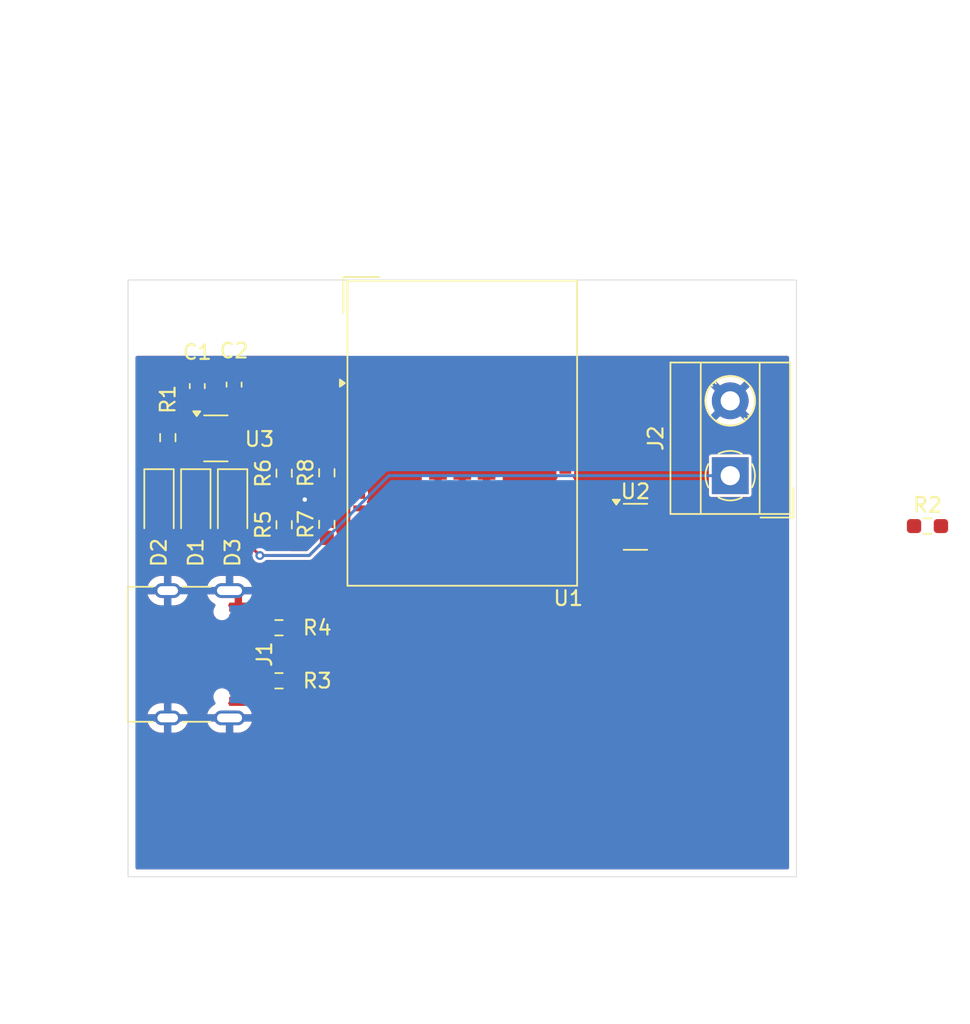
<source format=kicad_pcb>
(kicad_pcb (version 20240108) (generator "pcbnew") (generator_version "8.0")
  (layers (0 "F.Cu" signal) (31 "B.Cu" signal) (34 "B.Paste" user) (35 "F.Paste" user) (36 "B.SilkS" user "B.Silkscreen") (37 "F.SilkS" user "F.Silkscreen") (38 "B.Mask" user) (39 "F.Mask" user) (44 "Edge.Cuts" user))
  (net 0 "")
  (net 1 "+3V3")
  (net 2 "+BATT")
  (net 3 "VBUS")
  (net 4 "VCC")
  (net 5 "SOLAR")
  (net 7 "Net-(J1-CC1)")
  (net 8 "/D+")
  (net 10 "/D-")
  (net 11 "Net-(J1-CC2)")
  (net 12 "Net-(U3-EN)")
  (net 13 "GND")
  (net 14 "Net-(U2-PROG)")
  (net 32 "/RESET")
  (net 48 "/BOOT")
  (net 53 "/V_BAT")
  (net 54 "/V_SOLAR")
  (footprint "Resistor_SMD:R_0603_1608Metric_Pad0.98x0.95mm_HandSolder" (layer "F.Cu") (at 90.8 52.6875 90)
    (property "Reference" "R8" (at 0 -1.43 270) (layer "F.SilkS"))
    (property "Value" "5k1")
    (fp_line (start -0.254724 -0.5225) (end 0.254724 -0.5225) (stroke (width 0.12)) (layer "F.SilkS"))
    (fp_line (start -0.254724 0.5225) (end 0.254724 0.5225) (stroke (width 0.12)) (layer "F.SilkS"))
    (pad "1" smd roundrect (at -0.9125 0 90) (size 0.975 0.95) (layers "F.Cu" "F.Paste" "F.Mask") (net 54 "/V_SOLAR"))
    (pad "2" smd roundrect (at 0.9125 0 90) (size 0.975 0.95) (layers "F.Cu" "F.Paste" "F.Mask") (net 13 "GND"))
  )
  (footprint "Resistor_SMD:R_0603_1608Metric_Pad0.98x0.95mm_HandSolder" (layer "F.Cu") (at 87.9 56.2125 90)
    (property "Reference" "R5" (at 0 -1.43 270) (layer "F.SilkS"))
    (property "Value" "5k1")
    (fp_line (start -0.254724 -0.5225) (end 0.254724 -0.5225) (stroke (width 0.12)) (layer "F.SilkS"))
    (fp_line (start -0.254724 0.5225) (end 0.254724 0.5225) (stroke (width 0.12)) (layer "F.SilkS"))
    (pad "1" smd roundrect (at -0.9125 0 90) (size 0.975 0.95) (layers "F.Cu" "F.Paste" "F.Mask") (net 2 "+BATT"))
    (pad "2" smd roundrect (at 0.9125 0 90) (size 0.975 0.95) (layers "F.Cu" "F.Paste" "F.Mask") (net 53 "/V_BAT"))
  )
  (footprint "Package_TO_SOT_SMD:SOT-23-5" (layer "F.Cu") (at 83.2625 50.35)
    (property "Reference" "U3" (at 2.9625 0.05 0) (layer "F.SilkS"))
    (property "Value" "AP2112K-3.3")
    (fp_line (start 0 -1.56) (end -0.8 -1.56) (stroke (width 0.12)) (layer "F.SilkS"))
    (fp_line (start 0 -1.56) (end 0.8 -1.56) (stroke (width 0.12)) (layer "F.SilkS"))
    (fp_line (start 0 1.56) (end -0.8 1.56) (stroke (width 0.12)) (layer "F.SilkS"))
    (fp_line (start 0 1.56) (end 0.8 1.56) (stroke (width 0.12)) (layer "F.SilkS"))
    (fp_poly (pts (xy -1.3 -1.51) (xy -1.54 -1.84) (xy -1.06 -1.84) (xy -1.3 -1.51)) (stroke (width 0.12)) (fill solid) (layer "F.SilkS"))
    (pad "1" smd roundrect (at -1.1375 -0.95) (size 1.325 0.6) (layers "F.Cu" "F.Paste" "F.Mask") (net 4 "VCC"))
    (pad "2" smd roundrect (at -1.1375 0) (size 1.325 0.6) (layers "F.Cu" "F.Paste" "F.Mask") (net 13 "GND"))
    (pad "3" smd roundrect (at -1.1375 0.95) (size 1.325 0.6) (layers "F.Cu" "F.Paste" "F.Mask") (net 12 "Net-(U3-EN)"))
    (pad "4" smd roundrect (at 1.1375 0.95) (size 1.325 0.6) (layers "F.Cu" "F.Paste" "F.Mask"))
    (pad "5" smd roundrect (at 1.1375 -0.95) (size 1.325 0.6) (layers "F.Cu" "F.Paste" "F.Mask") (net 1 "+3V3"))
  )
  (footprint "Resistor_SMD:R_0603_1608Metric_Pad0.98x0.95mm_HandSolder" (layer "F.Cu") (at 87.55 63.2)
    (property "Reference" "R4" (at 2.6 0 0) (layer "F.SilkS"))
    (property "Value" "5k1")
    (fp_line (start -0.254724 -0.5225) (end 0.254724 -0.5225) (stroke (width 0.12)) (layer "F.SilkS"))
    (fp_line (start -0.254724 0.5225) (end 0.254724 0.5225) (stroke (width 0.12)) (layer "F.SilkS"))
    (pad "1" smd roundrect (at -0.9125 0) (size 0.975 0.95) (layers "F.Cu" "F.Paste" "F.Mask") (net 7 "Net-(J1-CC1)"))
    (pad "2" smd roundrect (at 0.9125 0) (size 0.975 0.95) (layers "F.Cu" "F.Paste" "F.Mask") (net 13 "GND"))
  )
  (footprint "Package_TO_SOT_SMD:SOT-23-5" (layer "F.Cu") (at 111.7625 56.35)
    (property "Reference" "U2" (at 0 -2.4 0) (layer "F.SilkS"))
    (property "Value" "MCP73831-2-OT")
    (fp_line (start 0 -1.56) (end -0.8 -1.56) (stroke (width 0.12)) (layer "F.SilkS"))
    (fp_line (start 0 -1.56) (end 0.8 -1.56) (stroke (width 0.12)) (layer "F.SilkS"))
    (fp_line (start 0 1.56) (end -0.8 1.56) (stroke (width 0.12)) (layer "F.SilkS"))
    (fp_line (start 0 1.56) (end 0.8 1.56) (stroke (width 0.12)) (layer "F.SilkS"))
    (fp_poly (pts (xy -1.3 -1.51) (xy -1.54 -1.84) (xy -1.06 -1.84) (xy -1.3 -1.51)) (stroke (width 0.12)) (fill solid) (layer "F.SilkS"))
    (pad "1" smd roundrect (at -1.1375 -0.95) (size 1.325 0.6) (layers "F.Cu" "F.Paste" "F.Mask"))
    (pad "2" smd roundrect (at -1.1375 0) (size 1.325 0.6) (layers "F.Cu" "F.Paste" "F.Mask") (net 13 "GND"))
    (pad "3" smd roundrect (at -1.1375 0.95) (size 1.325 0.6) (layers "F.Cu" "F.Paste" "F.Mask") (net 2 "+BATT"))
    (pad "4" smd roundrect (at 1.1375 0.95) (size 1.325 0.6) (layers "F.Cu" "F.Paste" "F.Mask") (net 4 "VCC"))
    (pad "5" smd roundrect (at 1.1375 -0.95) (size 1.325 0.6) (layers "F.Cu" "F.Paste" "F.Mask") (net 14 "Net-(U2-PROG)"))
  )
  (footprint "Diode_SMD:D_SOD-123" (layer "F.Cu") (at 84.4 54.8 -90)
    (property "Reference" "D3" (at 3.3 0 90) (layer "F.SilkS"))
    (property "Value" "1N5819")
    (fp_line (start -2.36 1) (end 1.65 1) (stroke (width 0.12)) (layer "F.SilkS"))
    (fp_line (start -2.36 -1) (end -2.36 1) (stroke (width 0.12)) (layer "F.SilkS"))
    (fp_line (start -2.36 -1) (end 1.65 -1) (stroke (width 0.12)) (layer "F.SilkS"))
    (pad "1" smd roundrect (at -1.65 0 270) (size 0.9 1.2) (layers "F.Cu" "F.Paste" "F.Mask") (net 4 "VCC"))
    (pad "2" smd roundrect (at 1.65 0 270) (size 0.9 1.2) (layers "F.Cu" "F.Paste" "F.Mask") (net 5 "SOLAR"))
  )
  (footprint "Resistor_SMD:R_0603_1608Metric_Pad0.98x0.95mm_HandSolder" (layer "F.Cu") (at 87.55 66.8)
    (property "Reference" "R3" (at 2.6 0 0) (layer "F.SilkS"))
    (property "Value" "5k1")
    (fp_line (start -0.254724 -0.5225) (end 0.254724 -0.5225) (stroke (width 0.12)) (layer "F.SilkS"))
    (fp_line (start -0.254724 0.5225) (end 0.254724 0.5225) (stroke (width 0.12)) (layer "F.SilkS"))
    (pad "1" smd roundrect (at -0.9125 0) (size 0.975 0.95) (layers "F.Cu" "F.Paste" "F.Mask") (net 11 "Net-(J1-CC2)"))
    (pad "2" smd roundrect (at 0.9125 0) (size 0.975 0.95) (layers "F.Cu" "F.Paste" "F.Mask") (net 13 "GND"))
  )
  (footprint "Capacitor_SMD:C_0603_1608Metric_Pad1.08x0.95mm_HandSolder" (layer "F.Cu") (at 82 46.8 90)
    (property "Reference" "C1" (at 2.3 0 0) (layer "F.SilkS"))
    (property "Value" "10u")
    (fp_line (start -0.146267 -0.51) (end 0.146267 -0.51) (stroke (width 0.12)) (layer "F.SilkS"))
    (fp_line (start -0.146267 0.51) (end 0.146267 0.51) (stroke (width 0.12)) (layer "F.SilkS"))
    (pad "1" smd roundrect (at -0.8625 0 90) (size 1.075 0.95) (layers "F.Cu" "F.Paste" "F.Mask") (net 4 "VCC"))
    (pad "2" smd roundrect (at 0.8625 0 90) (size 1.075 0.95) (layers "F.Cu" "F.Paste" "F.Mask") (net 13 "GND"))
  )
  (footprint "Resistor_SMD:R_0603_1608Metric_Pad0.98x0.95mm_HandSolder" (layer "F.Cu") (at 131.6 56.3)
    (property "Reference" "R2" (at 0 -1.43 0) (layer "F.SilkS"))
    (property "Value" "12k")
    (fp_line (start -0.254724 -0.5225) (end 0.254724 -0.5225) (stroke (width 0.12)) (layer "F.SilkS"))
    (fp_line (start -0.254724 0.5225) (end 0.254724 0.5225) (stroke (width 0.12)) (layer "F.SilkS"))
    (pad "1" smd roundrect (at -0.9125 0) (size 0.975 0.95) (layers "F.Cu" "F.Paste" "F.Mask") (net 14 "Net-(U2-PROG)"))
    (pad "2" smd roundrect (at 0.9125 0) (size 0.975 0.95) (layers "F.Cu" "F.Paste" "F.Mask") (net 13 "GND"))
  )
  (footprint "Connector_USB:USB_C_Receptacle_G-Switch_GT-USB-7010ASV" (layer "F.Cu") (at 81.065 65 -90)
    (property "Reference" "J1" (at 0 -5.5 90) (layer "F.SilkS"))
    (property "Value" "USB_C_Receptacle_USB2.0_16P")
    (fp_line (start -4.58 3.785) (end -4.58 2.08) (stroke (width 0.12)) (layer "F.SilkS"))
    (fp_line (start 4.58 3.785) (end -4.58 3.785) (stroke (width 0.12)) (layer "F.SilkS"))
    (fp_line (start 4.58 2.08) (end 4.58 3.785) (stroke (width 0.12)) (layer "F.SilkS"))
    (fp_line (start 4.58 0.07) (end 4.58 -1.85) (stroke (width 0.12)) (layer "F.SilkS"))
    (fp_line (start -4.58 -1.85) (end -4.58 0.07) (stroke (width 0.12)) (layer "F.SilkS"))
    (pad "" np_thru_hole circle (at -2.89 -2.605 270) (size 0.65 0.65) (drill 0.65) (layers "*.Cu" "*.Mask"))
    (pad "" np_thru_hole circle (at 2.89 -2.605 270) (size 0.65 0.65) (drill 0.65) (layers "*.Cu" "*.Mask"))
    (pad "A1" smd rect (at -3.2 -3.725 270) (size 0.6 1.24) (layers "F.Cu" "F.Paste" "F.Mask") (net 13 "GND"))
    (pad "A4" smd rect (at -2.4 -3.725 270) (size 0.6 1.24) (layers "F.Cu" "F.Paste" "F.Mask") (net 3 "VBUS"))
    (pad "A5" smd rect (at -1.25 -3.725 270) (size 0.3 1.24) (layers "F.Cu" "F.Paste" "F.Mask") (net 7 "Net-(J1-CC1)"))
    (pad "A6" smd rect (at -0.25 -3.725 270) (size 0.3 1.24) (layers "F.Cu" "F.Paste" "F.Mask") (net 8 "/D+"))
    (pad "A7" smd rect (at 0.25 -3.725 270) (size 0.3 1.24) (layers "F.Cu" "F.Paste" "F.Mask") (net 10 "/D-"))
    (pad "A8" smd rect (at 1.25 -3.725 270) (size 0.3 1.24) (layers "F.Cu" "F.Paste" "F.Mask"))
    (pad "A9" smd rect (at 2.4 -3.725 270) (size 0.6 1.24) (layers "F.Cu" "F.Paste" "F.Mask") (net 3 "VBUS"))
    (pad "A12" smd rect (at 3.2 -3.725 270) (size 0.6 1.24) (layers "F.Cu" "F.Paste" "F.Mask") (net 13 "GND"))
    (pad "B1" smd rect (at 3.2 -3.725 270) (size 0.6 1.24) (layers "F.Cu" "F.Paste" "F.Mask") (net 13 "GND"))
    (pad "B4" smd rect (at 2.4 -3.725 270) (size 0.6 1.24) (layers "F.Cu" "F.Paste" "F.Mask") (net 3 "VBUS"))
    (pad "B5" smd rect (at 1.75 -3.725 270) (size 0.3 1.24) (layers "F.Cu" "F.Paste" "F.Mask") (net 11 "Net-(J1-CC2)"))
    (pad "B6" smd rect (at 0.75 -3.725 270) (size 0.3 1.24) (layers "F.Cu" "F.Paste" "F.Mask") (net 8 "/D+"))
    (pad "B7" smd rect (at -0.75 -3.725 270) (size 0.3 1.24) (layers "F.Cu" "F.Paste" "F.Mask") (net 10 "/D-"))
    (pad "B8" smd rect (at -1.75 -3.725 270) (size 0.3 1.24) (layers "F.Cu" "F.Paste" "F.Mask"))
    (pad "B9" smd rect (at -2.4 -3.725 270) (size 0.6 1.24) (layers "F.Cu" "F.Paste" "F.Mask") (net 3 "VBUS"))
    (pad "B12" smd rect (at -3.2 -3.725 270) (size 0.6 1.24) (layers "F.Cu" "F.Paste" "F.Mask") (net 13 "GND"))
    (pad "S1" thru_hole oval (at -4.32 -3.125 270) (size 1 2.1) (drill oval 0.6 1.7) (layers "*.Cu" "*.Mask") (net 13 "GND"))
    (pad "S1" thru_hole oval (at -4.32 1.075 270) (size 1 1.8) (drill oval 0.6 1.4) (layers "*.Cu" "*.Mask") (net 13 "GND"))
    (pad "S1" thru_hole oval (at 4.32 -3.125 270) (size 1 2.1) (drill oval 0.6 1.7) (layers "*.Cu" "*.Mask") (net 13 "GND"))
    (pad "S1" thru_hole oval (at 4.32 1.075 270) (size 1 1.8) (drill oval 0.6 1.4) (layers "*.Cu" "*.Mask") (net 13 "GND"))
  )
  (footprint "Resistor_SMD:R_0603_1608Metric_Pad0.98x0.95mm_HandSolder" (layer "F.Cu") (at 80 50.3 -90)
    (property "Reference" "R1" (at -2.6 0 90) (layer "F.SilkS"))
    (property "Value" "12k")
    (fp_line (start -0.254724 0.5225) (end 0.254724 0.5225) (stroke (width 0.12)) (layer "F.SilkS"))
    (fp_line (start -0.254724 -0.5225) (end 0.254724 -0.5225) (stroke (width 0.12)) (layer "F.SilkS"))
    (pad "1" smd roundrect (at -0.9125 0 270) (size 0.975 0.95) (layers "F.Cu" "F.Paste" "F.Mask") (net 4 "VCC"))
    (pad "2" smd roundrect (at 0.9125 0 270) (size 0.975 0.95) (layers "F.Cu" "F.Paste" "F.Mask") (net 12 "Net-(U3-EN)"))
  )
  (footprint "Resistor_SMD:R_0603_1608Metric_Pad0.98x0.95mm_HandSolder" (layer "F.Cu") (at 90.8 56.1875 90)
    (property "Reference" "R7" (at 0 -1.43 270) (layer "F.SilkS"))
    (property "Value" "5k1")
    (fp_line (start -0.254724 -0.5225) (end 0.254724 -0.5225) (stroke (width 0.12)) (layer "F.SilkS"))
    (fp_line (start -0.254724 0.5225) (end 0.254724 0.5225) (stroke (width 0.12)) (layer "F.SilkS"))
    (pad "1" smd roundrect (at -0.9125 0 90) (size 0.975 0.95) (layers "F.Cu" "F.Paste" "F.Mask") (net 5 "SOLAR"))
    (pad "2" smd roundrect (at 0.9125 0 90) (size 0.975 0.95) (layers "F.Cu" "F.Paste" "F.Mask") (net 54 "/V_SOLAR"))
  )
  (footprint "Resistor_SMD:R_0603_1608Metric_Pad0.98x0.95mm_HandSolder" (layer "F.Cu") (at 87.9 52.7125 90)
    (property "Reference" "R6" (at 0 -1.43 270) (layer "F.SilkS"))
    (property "Value" "5k1")
    (fp_line (start -0.254724 -0.5225) (end 0.254724 -0.5225) (stroke (width 0.12)) (layer "F.SilkS"))
    (fp_line (start -0.254724 0.5225) (end 0.254724 0.5225) (stroke (width 0.12)) (layer "F.SilkS"))
    (pad "1" smd roundrect (at -0.9125 0 90) (size 0.975 0.95) (layers "F.Cu" "F.Paste" "F.Mask") (net 53 "/V_BAT"))
    (pad "2" smd roundrect (at 0.9125 0 90) (size 0.975 0.95) (layers "F.Cu" "F.Paste" "F.Mask") (net 13 "GND"))
  )
  (footprint "Diode_SMD:D_SOD-123" (layer "F.Cu") (at 79.4 54.8 -90)
    (property "Reference" "D2" (at 3.3 0 90) (layer "F.SilkS"))
    (property "Value" "1N5819")
    (fp_line (start -2.36 1) (end 1.65 1) (stroke (width 0.12)) (layer "F.SilkS"))
    (fp_line (start -2.36 -1) (end -2.36 1) (stroke (width 0.12)) (layer "F.SilkS"))
    (fp_line (start -2.36 -1) (end 1.65 -1) (stroke (width 0.12)) (layer "F.SilkS"))
    (pad "1" smd roundrect (at -1.65 0 270) (size 0.9 1.2) (layers "F.Cu" "F.Paste" "F.Mask") (net 4 "VCC"))
    (pad "2" smd roundrect (at 1.65 0 270) (size 0.9 1.2) (layers "F.Cu" "F.Paste" "F.Mask") (net 3 "VBUS"))
  )
  (footprint "Diode_SMD:D_SOD-123" (layer "F.Cu") (at 81.9 54.8 -90)
    (property "Reference" "D1" (at 3.3 0 90) (layer "F.SilkS"))
    (property "Value" "1N5819")
    (fp_line (start -2.36 1) (end 1.65 1) (stroke (width 0.12)) (layer "F.SilkS"))
    (fp_line (start -2.36 -1) (end -2.36 1) (stroke (width 0.12)) (layer "F.SilkS"))
    (fp_line (start -2.36 -1) (end 1.65 -1) (stroke (width 0.12)) (layer "F.SilkS"))
    (pad "1" smd roundrect (at -1.65 0 270) (size 0.9 1.2) (layers "F.Cu" "F.Paste" "F.Mask") (net 4 "VCC"))
    (pad "2" smd roundrect (at 1.65 0 270) (size 0.9 1.2) (layers "F.Cu" "F.Paste" "F.Mask") (net 2 "+BATT"))
  )
  (footprint "TerminalBlock_MetzConnect:TerminalBlock_MetzConnect_Type101_RT01602HBWC_1x02_P5.08mm_Horizontal" (layer "F.Cu") (at 118.2 52.88 90)
    (property "Reference" "J2" (at 2.54 -5.06 270) (layer "F.SilkS"))
    (property "Value" "Screw_Terminal_01x02")
    (fp_line (start 7.68 -4.06) (end 7.68 4.06) (stroke (width 0.12)) (layer "F.SilkS"))
    (fp_line (start -2.6 -4.06) (end 7.68 -4.06) (stroke (width 0.12)) (layer "F.SilkS"))
    (fp_line (start -2.6 -4.06) (end -2.6 4.06) (stroke (width 0.12)) (layer "F.SilkS"))
    (fp_line (start -2.6 -2) (end 7.68 -2) (stroke (width 0.12)) (layer "F.SilkS"))
    (fp_line (start 6.15 -1.275) (end 6.091 -1.216) (stroke (width 0.12)) (layer "F.SilkS"))
    (fp_line (start 6.355 -1.069) (end 6.261 -0.976) (stroke (width 0.12)) (layer "F.SilkS"))
    (fp_line (start 3.9 0.976) (end 3.806 1.069) (stroke (width 0.12)) (layer "F.SilkS"))
    (fp_line (start 4.07 1.216) (end 4.011 1.274) (stroke (width 0.12)) (layer "F.SilkS"))
    (fp_line (start -2.6 2) (end 7.68 2) (stroke (width 0.12)) (layer "F.SilkS"))
    (fp_line (start -2.84 2.06) (end -2.84 4.3) (stroke (width 0.12)) (layer "F.SilkS"))
    (fp_line (start -2.6 4.06) (end 7.68 4.06) (stroke (width 0.12)) (layer "F.SilkS"))
    (fp_line (start -2.84 4.3) (end -0.84 4.3) (stroke (width 0.12)) (layer "F.SilkS"))
    (fp_arc (start -0.789089 -1.483953) (mid -0.00005 -1.680708) (end 0.789 -1.484) (stroke (width 0.12)) (layer "F.SilkS"))
    (fp_arc (start 1.483953 -0.789089) (mid 1.680708 -0.00005) (end 1.484 0.789) (stroke (width 0.12)) (layer "F.SilkS"))
    (fp_arc (start -1.483953 0.789089) (mid -1.680708 0.00005) (end -1.484 -0.789) (stroke (width 0.12)) (layer "F.SilkS"))
    (fp_arc (start 0.788712 1.483352) (mid 0.406429 1.630097) (end 0 1.68) (stroke (width 0.12)) (layer "F.SilkS"))
    (fp_arc (start 0.029383 1.68045) (mid -0.392304 1.634281) (end -0.789 1.484) (stroke (width 0.12)) (layer "F.SilkS"))
    (fp_circle (center 5.08 0) (end 6.76 0) (stroke (width 0.12)) (fill none) (layer "F.SilkS"))
    (pad "1" thru_hole rect (at 0 0 90) (size 2.5 2.5) (drill 1.3) (layers "*.Cu" "*.Mask") (net 5 "SOLAR"))
    (pad "2" thru_hole circle (at 5.08 0 90) (size 2.5 2.5) (drill 1.3) (layers "*.Cu" "*.Mask") (net 13 "GND"))
  )
  (footprint "Capacitor_SMD:C_0603_1608Metric_Pad1.08x0.95mm_HandSolder" (layer "F.Cu") (at 84.5 46.7 90)
    (property "Reference" "C2" (at 2.3 0 0) (layer "F.SilkS"))
    (property "Value" "10u")
    (fp_line (start -0.146267 -0.51) (end 0.146267 -0.51) (stroke (width 0.12)) (layer "F.SilkS"))
    (fp_line (start -0.146267 0.51) (end 0.146267 0.51) (stroke (width 0.12)) (layer "F.SilkS"))
    (pad "1" smd roundrect (at -0.8625 0 90) (size 1.075 0.95) (layers "F.Cu" "F.Paste" "F.Mask") (net 1 "+3V3"))
    (pad "2" smd roundrect (at 0.8625 0 90) (size 1.075 0.95) (layers "F.Cu" "F.Paste" "F.Mask") (net 13 "GND"))
  )
  (footprint "RF_Module:ESP32-S2-MINI-1" (layer "F.Cu") (at 100 50)
    (property "Reference" "U1" (at 7.2 11.2 0) (layer "F.SilkS"))
    (property "Value" "ESP32-S3-MINI-1")
    (fp_line (start -8.075 -10.6) (end -8.075 -8.15) (stroke (width 0.12)) (layer "F.SilkS"))
    (fp_line (start -8.075 -10.6) (end -5.625 -10.6) (stroke (width 0.12)) (layer "F.SilkS"))
    (fp_line (start -7.8 -10.35) (end 7.8 -10.35) (stroke (width 0.12)) (layer "F.SilkS"))
    (fp_line (start -7.8 10.35) (end -7.8 -10.35) (stroke (width 0.12)) (layer "F.SilkS"))
    (fp_line (start 7.8 -10.35) (end 7.8 10.35) (stroke (width 0.12)) (layer "F.SilkS"))
    (fp_line (start 7.8 10.35) (end -7.8 10.35) (stroke (width 0.12)) (layer "F.SilkS"))
    (fp_poly (pts (xy -7.975 -3.4) (xy -8.311 -3.16) (xy -8.311 -3.64) (xy -7.975 -3.4)) (stroke (width 0.12)) (fill solid) (layer "F.SilkS"))
    (pad "1" smd rect (at -7 -3.4) (size 0.8 0.4) (layers "F.Cu" "F.Paste" "F.Mask") (net 13 "GND"))
    (pad "2" smd rect (at -7 -2.55) (size 0.8 0.4) (layers "F.Cu" "F.Paste" "F.Mask") (net 13 "GND"))
    (pad "3" smd rect (at -7 -1.7) (size 0.8 0.4) (layers "F.Cu" "F.Paste" "F.Mask") (net 1 "+3V3"))
    (pad "4" smd rect (at -7 -0.85) (size 0.8 0.4) (layers "F.Cu" "F.Paste" "F.Mask") (net 48 "/BOOT"))
    (pad "5" smd rect (at -7 0) (size 0.8 0.4) (layers "F.Cu" "F.Paste" "F.Mask") (net 53 "/V_BAT"))
    (pad "6" smd rect (at -7 0.85) (size 0.8 0.4) (layers "F.Cu" "F.Paste" "F.Mask") (net 54 "/V_SOLAR"))
    (pad "7" smd rect (at -7 1.7) (size 0.8 0.4) (layers "F.Cu" "F.Paste" "F.Mask"))
    (pad "8" smd rect (at -7 2.55) (size 0.8 0.4) (layers "F.Cu" "F.Paste" "F.Mask"))
    (pad "9" smd rect (at -7 3.4) (size 0.8 0.4) (layers "F.Cu" "F.Paste" "F.Mask"))
    (pad "10" smd rect (at -7 4.25) (size 0.8 0.4) (layers "F.Cu" "F.Paste" "F.Mask"))
    (pad "11" smd rect (at -7 5.1) (size 0.8 0.4) (layers "F.Cu" "F.Paste" "F.Mask"))
    (pad "12" smd rect (at -7 5.95) (size 0.8 0.4) (layers "F.Cu" "F.Paste" "F.Mask"))
    (pad "13" smd rect (at -7 6.8) (size 0.8 0.4) (layers "F.Cu" "F.Paste" "F.Mask"))
    (pad "14" smd rect (at -7 7.65) (size 0.8 0.4) (layers "F.Cu" "F.Paste" "F.Mask"))
    (pad "15" smd rect (at -7 8.5) (size 0.8 0.4) (layers "F.Cu" "F.Paste" "F.Mask"))
    (pad "16" smd rect (at -5.95 9.55 90) (size 0.8 0.4) (layers "F.Cu" "F.Paste" "F.Mask"))
    (pad "17" smd rect (at -5.1 9.55 90) (size 0.8 0.4) (layers "F.Cu" "F.Paste" "F.Mask"))
    (pad "18" smd rect (at -4.25 9.55 90) (size 0.8 0.4) (layers "F.Cu" "F.Paste" "F.Mask"))
    (pad "19" smd rect (at -3.4 9.55 90) (size 0.8 0.4) (layers "F.Cu" "F.Paste" "F.Mask"))
    (pad "20" smd rect (at -2.55 9.55 90) (size 0.8 0.4) (layers "F.Cu" "F.Paste" "F.Mask"))
    (pad "21" smd rect (at -1.7 9.55 90) (size 0.8 0.4) (layers "F.Cu" "F.Paste" "F.Mask"))
    (pad "22" smd rect (at -0.85 9.55 90) (size 0.8 0.4) (layers "F.Cu" "F.Paste" "F.Mask"))
    (pad "23" smd rect (at 0 9.55 90) (size 0.8 0.4) (layers "F.Cu" "F.Paste" "F.Mask") (net 10 "/D-"))
    (pad "24" smd rect (at 0.85 9.55 90) (size 0.8 0.4) (layers "F.Cu" "F.Paste" "F.Mask") (net 8 "/D+"))
    (pad "25" smd rect (at 1.7 9.55 90) (size 0.8 0.4) (layers "F.Cu" "F.Paste" "F.Mask"))
    (pad "26" smd rect (at 2.55 9.55 90) (size 0.8 0.4) (layers "F.Cu" "F.Paste" "F.Mask"))
    (pad "27" smd rect (at 3.4 9.55 90) (size 0.8 0.4) (layers "F.Cu" "F.Paste" "F.Mask"))
    (pad "28" smd rect (at 4.25 9.55 90) (size 0.8 0.4) (layers "F.Cu" "F.Paste" "F.Mask"))
    (pad "29" smd rect (at 5.1 9.55 90) (size 0.8 0.4) (layers "F.Cu" "F.Paste" "F.Mask"))
    (pad "30" smd rect (at 5.95 9.55 90) (size 0.8 0.4) (layers "F.Cu" "F.Paste" "F.Mask"))
    (pad "31" smd rect (at 7 8.5) (size 0.8 0.4) (layers "F.Cu" "F.Paste" "F.Mask"))
    (pad "32" smd rect (at 7 7.65) (size 0.8 0.4) (layers "F.Cu" "F.Paste" "F.Mask"))
    (pad "33" smd rect (at 7 6.8) (size 0.8 0.4) (layers "F.Cu" "F.Paste" "F.Mask"))
    (pad "34" smd rect (at 7 5.95) (size 0.8 0.4) (layers "F.Cu" "F.Paste" "F.Mask"))
    (pad "35" smd rect (at 7 5.1) (size 0.8 0.4) (layers "F.Cu" "F.Paste" "F.Mask"))
    (pad "36" smd rect (at 7 4.25) (size 0.8 0.4) (layers "F.Cu" "F.Paste" "F.Mask"))
    (pad "37" smd rect (at 7 3.4) (size 0.8 0.4) (layers "F.Cu" "F.Paste" "F.Mask"))
    (pad "38" smd rect (at 7 2.55) (size 0.8 0.4) (layers "F.Cu" "F.Paste" "F.Mask"))
    (pad "39" smd rect (at 7 1.7) (size 0.8 0.4) (layers "F.Cu" "F.Paste" "F.Mask"))
    (pad "40" smd rect (at 7 0.85) (size 0.8 0.4) (layers "F.Cu" "F.Paste" "F.Mask"))
    (pad "41" smd rect (at 7 0) (size 0.8 0.4) (layers "F.Cu" "F.Paste" "F.Mask"))
    (pad "42" smd rect (at 7 -0.85) (size 0.8 0.4) (layers "F.Cu" "F.Paste" "F.Mask") (net 13 "GND"))
    (pad "43" smd rect (at 7 -1.7) (size 0.8 0.4) (layers "F.Cu" "F.Paste" "F.Mask") (net 13 "GND"))
    (pad "44" smd rect (at 7 -2.55) (size 0.8 0.4) (layers "F.Cu" "F.Paste" "F.Mask"))
    (pad "45" smd rect (at 7 -3.4) (size 0.8 0.4) (layers "F.Cu" "F.Paste" "F.Mask") (net 32 "/RESET"))
    (pad "46" smd rect (at 5.95 -4.45 90) (size 0.8 0.4) (layers "F.Cu" "F.Paste" "F.Mask") (net 13 "GND"))
    (pad "47" smd rect (at 5.1 -4.45 90) (size 0.8 0.4) (layers "F.Cu" "F.Paste" "F.Mask") (net 13 "GND"))
    (pad "48" smd rect (at 4.25 -4.45 90) (size 0.8 0.4) (layers "F.Cu" "F.Paste" "F.Mask") (net 13 "GND"))
    (pad "49" smd rect (at 3.4 -4.45 90) (size 0.8 0.4) (layers "F.Cu" "F.Paste" "F.Mask") (net 13 "GND"))
    (pad "50" smd rect (at 2.55 -4.45 90) (size 0.8 0.4) (layers "F.Cu" "F.Paste" "F.Mask") (net 13 "GND"))
    (pad "51" smd rect (at 1.7 -4.45 90) (size 0.8 0.4) (layers "F.Cu" "F.Paste" "F.Mask") (net 13 "GND"))
    (pad "52" smd rect (at 0.85 -4.45 90) (size 0.8 0.4) (layers "F.Cu" "F.Paste" "F.Mask") (net 13 "GND"))
    (pad "53" smd rect (at 0 -4.45 90) (size 0.8 0.4) (layers "F.Cu" "F.Paste" "F.Mask") (net 13 "GND"))
    (pad "54" smd rect (at -0.85 -4.45 90) (size 0.8 0.4) (layers "F.Cu" "F.Paste" "F.Mask") (net 13 "GND"))
    (pad "55" smd rect (at -1.7 -4.45 90) (size 0.8 0.4) (layers "F.Cu" "F.Paste" "F.Mask") (net 13 "GND"))
    (pad "56" smd rect (at -2.55 -4.45 90) (size 0.8 0.4) (layers "F.Cu" "F.Paste" "F.Mask") (net 13 "GND"))
    (pad "57" smd rect (at -3.4 -4.45 90) (size 0.8 0.4) (layers "F.Cu" "F.Paste" "F.Mask") (net 13 "GND"))
    (pad "58" smd rect (at -4.25 -4.45 90) (size 0.8 0.4) (layers "F.Cu" "F.Paste" "F.Mask") (net 13 "GND"))
    (pad "59" smd rect (at -5.1 -4.45 90) (size 0.8 0.4) (layers "F.Cu" "F.Paste" "F.Mask") (net 13 "GND"))
    (pad "60" smd rect (at -5.95 -4.45 90) (size 0.8 0.4) (layers "F.Cu" "F.Paste" "F.Mask") (net 13 "GND"))
    (pad "61" smd roundrect (at -1.65 0.9) (size 1.2 1.2) (layers "F.Cu" "F.Paste" "F.Mask") (roundrect_rratio 0) (chamfer_ratio 0.33) (chamfer top_left) (net 13 "GND"))
    (pad "61" smd rect (at -1.65 2.55) (size 1.2 1.2) (layers "F.Cu" "F.Paste" "F.Mask") (net 13 "GND"))
    (pad "61" smd rect (at -1.65 4.2) (size 1.2 1.2) (layers "F.Cu" "F.Paste" "F.Mask") (net 13 "GND"))
    (pad "61" smd rect (at 0 0.9) (size 1.2 1.2) (layers "F.Cu" "F.Paste" "F.Mask") (net 13 "GND"))
    (pad "61" smd rect (at 0 2.55) (size 1.2 1.2) (layers "F.Cu" "F.Paste" "F.Mask") (net 13 "GND"))
    (pad "61" smd rect (at 0 4.2) (size 1.2 1.2) (layers "F.Cu" "F.Paste" "F.Mask") (net 13 "GND"))
    (pad "61" smd rect (at 1.65 0.9) (size 1.2 1.2) (layers "F.Cu" "F.Paste" "F.Mask") (net 13 "GND"))
    (pad "61" smd rect (at 1.65 2.55) (size 1.2 1.2) (layers "F.Cu" "F.Paste" "F.Mask") (net 13 "GND"))
    (pad "61" smd rect (at 1.65 4.2) (size 1.2 1.2) (layers "F.Cu" "F.Paste" "F.Mask") (net 13 "GND"))
    (pad "62" smd rect (at -7 -4.45) (size 0.8 0.8) (layers "F.Cu" "F.Paste" "F.Mask") (net 13 "GND"))
    (pad "63" smd rect (at -7 9.55) (size 0.8 0.8) (layers "F.Cu" "F.Paste" "F.Mask") (net 13 "GND"))
    (pad "64" smd rect (at 7 9.55) (size 0.8 0.8) (layers "F.Cu" "F.Paste" "F.Mask") (net 13 "GND"))
    (pad "65" smd rect (at 7 -4.45) (size 0.8 0.8) (layers "F.Cu" "F.Paste" "F.Mask") (net 13 "GND"))
    (zone (net 0) (net_name "") (layers "*.Cu") (name "Antenna") (connect_pads (clearance 0)) (min_thickness 0.254)
      (keepout (tracks not_allowed) (vias not_allowed) (pads not_allowed) (copperpour not_allowed) (footprints not_allowed))
      (fill (thermal_gap 0.508) (thermal_bridge_width 0.508))
      (polygon (pts (xy 122.7 44.75) (xy 77.3 44.75) (xy 77.3 25.25) (xy 122.7 25.25)))
    )
  )
  (gr_rect (start 77.3 39.6) (end 122.7 80.1) (stroke (width 0.05)) (fill none) (layer "Edge.Cuts"))
  (segment (start 85.2375 48.3) (end 84.5 47.5625) (width 0.4) (layer "F.Cu") (net 1))
  (segment (start 84.5 49.3) (end 84.4 49.4) (width 0.5) (layer "F.Cu") (net 1))
  (segment (start 84.5 47.5625) (end 84.5 49.3) (width 0.5) (layer "F.Cu") (net 1))
  (segment (start 93 48.3) (end 85.2375 48.3) (width 0.4) (layer "F.Cu") (net 1))
  (segment (start 81.9 56.45) (end 81.9 56.5) (width 0.2) (layer "F.Cu") (net 2))
  (segment (start 86.175 55.4) (end 87.9 57.125) (width 0.2) (layer "F.Cu") (net 2))
  (segment (start 81.9 56.5) (end 83 55.4) (width 0.2) (layer "F.Cu") (net 2))
  (segment (start 83 55.4) (end 86.175 55.4) (width 0.2) (layer "F.Cu") (net 2))
  (segment (start 84.275 62.8) (end 83.555 62.8) (width 0.2) (layer "F.Cu") (net 3))
  (segment (start 83.555 62.8) (end 83.05 63.305) (width 0.2) (layer "F.Cu") (net 3))
  (segment (start 84.475 62.6) (end 84.275 62.8) (width 0.2) (layer "F.Cu") (net 3))
  (segment (start 83.555 67.2) (end 84.275 67.2) (width 0.2) (layer "F.Cu") (net 3))
  (segment (start 81.9 58.95) (end 79.4 56.45) (width 0.2) (layer "F.Cu") (net 3))
  (segment (start 81.9 62.155) (end 81.9 58.95) (width 0.2) (layer "F.Cu") (net 3))
  (segment (start 83.05 63.305) (end 81.9 62.155) (width 0.2) (layer "F.Cu") (net 3))
  (segment (start 84.275 67.2) (end 84.475 67.4) (width 0.2) (layer "F.Cu") (net 3))
  (segment (start 83.05 66.695) (end 83.555 67.2) (width 0.2) (layer "F.Cu") (net 3))
  (segment (start 83.05 63.305) (end 83.05 66.695) (width 0.2) (layer "F.Cu") (net 3))
  (segment (start 82.1125 49.3875) (end 82.125 49.4) (width 0.5) (layer "F.Cu") (net 4))
  (segment (start 82 47.6625) (end 82 49.275) (width 0.5) (layer "F.Cu") (net 4))
  (segment (start 79.3125 49.3875) (end 80 49.3875) (width 0.5) (layer "F.Cu") (net 4))
  (segment (start 79.4 53.15) (end 78.6 52.35) (width 0.5) (layer "F.Cu") (net 4))
  (segment (start 80 49.3875) (end 82.1125 49.3875) (width 0.5) (layer "F.Cu") (net 4))
  (segment (start 82 49.275) (end 82.125 49.4) (width 0.5) (layer "F.Cu") (net 4))
  (segment (start 78.6 50.1) (end 79.3125 49.3875) (width 0.5) (layer "F.Cu") (net 4))
  (segment (start 78.6 52.35) (end 78.6 50.1) (width 0.5) (layer "F.Cu") (net 4))
  (segment (start 79.4 53.15) (end 84.4 53.15) (width 0.5) (layer "F.Cu") (net 4))
  (segment (start 86.25 58.3) (end 89.6 58.3) (width 0.2) (layer "F.Cu") (net 5))
  (segment (start 89.6 58.3) (end 90.8 57.1) (width 0.2) (layer "F.Cu") (net 5))
  (segment (start 84.4 56.45) (end 86.25 58.3) (width 0.2) (layer "F.Cu") (net 5))
  (via (at 86.25 58.3) (size 0.6) (drill 0.3) (layers "F.Cu" "B.Cu") (net 5))
  (segment (start 89.6 58.3) (end 86.25 58.3) (width 0.2) (layer "B.Cu") (net 5))
  (segment (start 95.02 52.88) (end 89.6 58.3) (width 0.2) (layer "B.Cu") (net 5))
  (segment (start 118.2 52.88) (end 95.02 52.88) (width 0.2) (layer "B.Cu") (net 5))
  (segment (start 84.475 63.75) (end 86.0875 63.75) (width 0.2) (layer "F.Cu") (net 7))
  (segment (start 86.0875 63.75) (end 86.6375 63.2) (width 0.2) (layer "F.Cu") (net 7))
  (segment (start 96.25 64.75) (end 92 64.75) (width 0.2) (layer "F.Cu") (net 8))
  (segment (start 85.345 65.75) (end 86.345 64.75) (width 0.2) (layer "F.Cu") (net 8))
  (segment (start 100.85 59.55) (end 100.85 60.15) (width 0.2) (layer "F.Cu") (net 8))
  (segment (start 84.475 65.75) (end 85.345 65.75) (width 0.2) (layer "F.Cu") (net 8))
  (segment (start 86.345 64.75) (end 92 64.75) (width 0.2) (layer "F.Cu") (net 8))
  (segment (start 92 64.75) (end 84.475 64.75) (width 0.2) (layer "F.Cu") (net 8))
  (segment (start 100.85 60.15) (end 96.25 64.75) (width 0.2) (layer "F.Cu") (net 8))
  (segment (start 83.605 65.25) (end 83.45 65.095) (width 0.2) (layer "F.Cu") (net 10))
  (segment (start 95.9 64.25) (end 100 60.15) (width 0.2) (layer "F.Cu") (net 10))
  (segment (start 100 60.15) (end 100 59.55) (width 0.2) (layer "F.Cu") (net 10))
  (segment (start 83.45 64.4) (end 83.6 64.25) (width 0.2) (layer "F.Cu") (net 10))
  (segment (start 83.45 65.095) (end 83.45 64.4) (width 0.2) (layer "F.Cu") (net 10))
  (segment (start 83.6 64.25) (end 95.9 64.25) (width 0.2) (layer "F.Cu") (net 10))
  (segment (start 84.475 65.25) (end 83.605 65.25) (width 0.2) (layer "F.Cu") (net 10))
  (segment (start 86.5875 66.75) (end 86.6375 66.8) (width 0.2) (layer "F.Cu") (net 11))
  (segment (start 84.475 66.75) (end 86.5875 66.75) (width 0.2) (layer "F.Cu") (net 11))
  (segment (start 80 51.2125) (end 82.0375 51.2125) (width 0.2) (layer "F.Cu") (net 12))
  (segment (start 82.0375 51.2125) (end 82.125 51.3) (width 0.2) (layer "F.Cu") (net 12))
  (via (at 89.3 54.5) (size 0.6) (drill 0.3) (layers "F.Cu" "B.Cu") (net 13))
  (segment (start 90.2 50) (end 93 50) (width 0.2) (layer "F.Cu") (net 53))
  (segment (start 88.875 53.625) (end 89.2 53.3) (width 0.2) (layer "F.Cu") (net 53))
  (segment (start 87.9 55.3) (end 87.9 53.625) (width 0.2) (layer "F.Cu") (net 53))
  (segment (start 87.9 53.625) (end 88.875 53.625) (width 0.2) (layer "F.Cu") (net 53))
  (segment (start 89.2 51) (end 90.2 50) (width 0.2) (layer "F.Cu") (net 53))
  (segment (start 89.2 53.3) (end 89.2 51) (width 0.2) (layer "F.Cu") (net 53))
  (segment (start 91.8 51.4) (end 92.35 50.85) (width 0.2) (layer "F.Cu") (net 54))
  (segment (start 92.35 50.85) (end 93 50.85) (width 0.2) (layer "F.Cu") (net 54))
  (segment (start 90.8 53.6) (end 91.8 52.6) (width 0.2) (layer "F.Cu") (net 54))
  (segment (start 91.8 52.6) (end 91.8 51.4) (width 0.2) (layer "F.Cu") (net 54))
  (segment (start 90.8 55.275) (end 90.8 53.6) (width 0.2) (layer "F.Cu") (net 54))
  (zone (net 13) (net_name "GND") (layers "F&B.Cu") (connect_pads (clearance 0.2)) (min_thickness 0.25) (fill yes (thermal_gap 0.5) (thermal_bridge_width 0.5))
    (polygon (pts (xy 68.6 21) (xy 134.5 20.6) (xy 126.1 90.1) (xy 74.3 88.3)))
  )
)
</source>
